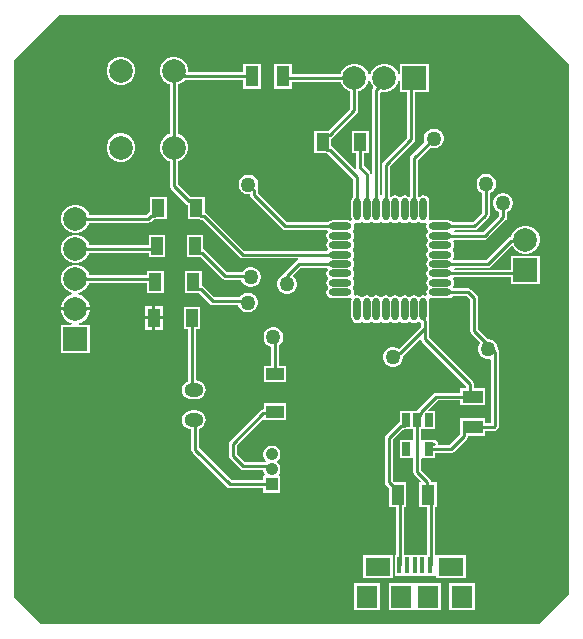
<source format=gtl>
G04*
G04 #@! TF.GenerationSoftware,Altium Limited,Altium Designer,21.0.9 (235)*
G04*
G04 Layer_Physical_Order=1*
G04 Layer_Color=255*
%FSLAX44Y44*%
%MOMM*%
G71*
G04*
G04 #@! TF.SameCoordinates,A0518373-5DC4-4E38-8A05-EEFCEC3494AD*
G04*
G04*
G04 #@! TF.FilePolarity,Positive*
G04*
G01*
G75*
%ADD14C,0.2540*%
%ADD16O,0.6000X1.9500*%
%ADD17O,1.9500X0.6000*%
%ADD18R,0.4000X1.4000*%
%ADD19R,2.1000X1.6000*%
%ADD20R,1.8000X1.9000*%
%ADD21R,1.7500X1.9000*%
%ADD22R,1.0000X1.5000*%
%ADD23R,1.1000X1.7000*%
%ADD24R,0.7000X1.1500*%
%ADD25R,1.7000X1.1000*%
%ADD26R,1.5000X1.0000*%
%ADD43O,1.6000X1.2000*%
%ADD44R,1.0500X1.0500*%
%ADD45C,1.0500*%
%ADD46R,2.0000X2.0000*%
%ADD47C,2.0000*%
%ADD48R,2.0000X2.0000*%
%ADD49C,1.2700*%
G36*
X784860Y781050D02*
Y332740D01*
X759460Y307340D01*
X337820D01*
X314960Y330200D01*
Y784860D01*
X353060Y822960D01*
X742950Y822960D01*
X784860Y781050D01*
D02*
G37*
%LPC*%
G36*
X407070Y787450D02*
X403910D01*
X400858Y786632D01*
X398122Y785052D01*
X395888Y782818D01*
X394308Y780082D01*
X393490Y777030D01*
Y773870D01*
X394308Y770818D01*
X395888Y768082D01*
X398122Y765847D01*
X400858Y764268D01*
X403910Y763450D01*
X407070D01*
X410122Y764268D01*
X412858Y765847D01*
X415093Y768082D01*
X416672Y770818D01*
X417490Y773870D01*
Y777030D01*
X416672Y780082D01*
X415093Y782818D01*
X412858Y785052D01*
X410122Y786632D01*
X407070Y787450D01*
D02*
G37*
G36*
X452070D02*
X448910D01*
X445858Y786632D01*
X443122Y785052D01*
X440887Y782818D01*
X439308Y780082D01*
X438490Y777030D01*
Y773870D01*
X439308Y770818D01*
X440887Y768082D01*
X443122Y765847D01*
X445858Y764268D01*
X447156Y763920D01*
Y721980D01*
X445858Y721632D01*
X443122Y720053D01*
X440887Y717818D01*
X439308Y715082D01*
X438490Y712030D01*
Y708870D01*
X439308Y705818D01*
X440887Y703082D01*
X443122Y700848D01*
X445858Y699268D01*
X447156Y698920D01*
Y678030D01*
X447410Y676754D01*
X448132Y675673D01*
X460802Y663002D01*
X461884Y662280D01*
X462390Y662179D01*
Y649630D01*
X472798D01*
X473120Y649566D01*
X474239D01*
X506212Y617593D01*
X507294Y616870D01*
X508570Y616616D01*
X555491D01*
X555616Y615346D01*
X554984Y615220D01*
X553902Y614497D01*
X543742Y604338D01*
X543020Y603256D01*
X542893Y602621D01*
X542877Y602617D01*
X540973Y601518D01*
X539418Y599963D01*
X538319Y598059D01*
X537750Y595935D01*
Y593737D01*
X538319Y591613D01*
X539418Y589709D01*
X540973Y588154D01*
X542877Y587055D01*
X545001Y586486D01*
X547199D01*
X549323Y587055D01*
X551227Y588154D01*
X552782Y589709D01*
X553881Y591613D01*
X554450Y593737D01*
Y595935D01*
X553881Y598059D01*
X552782Y599963D01*
X551688Y601057D01*
X551507Y602672D01*
X557641Y608806D01*
X558035D01*
X558990Y608616D01*
X580230D01*
X580917Y607549D01*
X580785Y607045D01*
X580020Y605901D01*
X579632Y603950D01*
X580020Y601999D01*
X580785Y600855D01*
X581022Y599950D01*
X580785Y599045D01*
X580020Y597901D01*
X579632Y595950D01*
X580020Y593999D01*
X580785Y592855D01*
X581022Y591950D01*
X580785Y591045D01*
X580020Y589901D01*
X579632Y587950D01*
X580020Y585999D01*
X581125Y584345D01*
X582779Y583240D01*
X584730Y582852D01*
X598230D01*
X600034Y583211D01*
X600559Y582779D01*
X600991Y582254D01*
X600632Y580450D01*
Y566950D01*
X601020Y564999D01*
X602125Y563345D01*
X603779Y562240D01*
X605730Y561852D01*
X607681Y562240D01*
X608825Y563005D01*
X609730Y563242D01*
X610635Y563005D01*
X611779Y562240D01*
X613730Y561852D01*
X615681Y562240D01*
X616825Y563005D01*
X617730Y563242D01*
X618635Y563005D01*
X619779Y562240D01*
X621730Y561852D01*
X623681Y562240D01*
X624825Y563005D01*
X625730Y563242D01*
X626635Y563005D01*
X627779Y562240D01*
X629730Y561852D01*
X631681Y562240D01*
X632825Y563005D01*
X633730Y563242D01*
X634635Y563005D01*
X635779Y562240D01*
X637730Y561852D01*
X639681Y562240D01*
X640825Y563005D01*
X641730Y563242D01*
X642635Y563005D01*
X643779Y562240D01*
X645730Y561852D01*
X647681Y562240D01*
X648825Y563005D01*
X649730Y563242D01*
X650635Y563005D01*
X651779Y562240D01*
X653730Y561852D01*
X655681Y562240D01*
X656825Y563005D01*
X657730Y563242D01*
X658635Y563005D01*
X659606Y562356D01*
Y558911D01*
X640802Y540107D01*
X638953Y541175D01*
X636829Y541744D01*
X634631D01*
X632507Y541175D01*
X630603Y540076D01*
X629048Y538521D01*
X627949Y536617D01*
X627380Y534493D01*
Y532295D01*
X627949Y530171D01*
X629048Y528267D01*
X630603Y526712D01*
X632507Y525613D01*
X634631Y525044D01*
X636829D01*
X638953Y525613D01*
X640857Y526712D01*
X642411Y528267D01*
X643511Y530171D01*
X644080Y532295D01*
Y534017D01*
X644269Y534144D01*
X658386Y548261D01*
X659764Y547843D01*
X659860Y547364D01*
X660583Y546283D01*
X698173Y508692D01*
Y507210D01*
X693080D01*
Y503045D01*
X672316D01*
X671040Y502791D01*
X669959Y502068D01*
X656963Y489072D01*
X656240Y487990D01*
X656114Y487360D01*
X641590D01*
Y478261D01*
X641334Y478210D01*
X640252Y477487D01*
X629995Y467230D01*
X629272Y466149D01*
X629019Y464873D01*
Y426987D01*
X629272Y425711D01*
X629995Y424630D01*
X632280Y422345D01*
Y406060D01*
X638836D01*
Y365700D01*
X637230D01*
Y347700D01*
X671230D01*
Y357108D01*
X671294Y357430D01*
Y362455D01*
X671460Y362657D01*
X672730Y362202D01*
Y345700D01*
X697730D01*
Y365700D01*
X672774D01*
X672730Y365700D01*
X671504Y365806D01*
Y406060D01*
X673280D01*
Y427060D01*
X668152D01*
Y427382D01*
X667898Y428658D01*
X667175Y429740D01*
X659924Y436991D01*
Y446366D01*
X660590Y447360D01*
X661194Y447360D01*
X671590D01*
Y451776D01*
X684980D01*
X686256Y452030D01*
X687337Y452752D01*
X698783Y464198D01*
X699506Y465280D01*
X699691Y466210D01*
X714080D01*
Y470376D01*
X721142D01*
X722418Y470630D01*
X723500Y471353D01*
X724987Y472840D01*
X725710Y473922D01*
X725964Y475198D01*
Y537210D01*
X725710Y538486D01*
X724987Y539568D01*
X724630Y539925D01*
Y540849D01*
X724061Y542973D01*
X722962Y544877D01*
X721407Y546432D01*
X719503Y547531D01*
X717379Y548100D01*
X716455D01*
X708184Y556371D01*
Y582930D01*
X707930Y584206D01*
X707207Y585288D01*
X702188Y590308D01*
X701106Y591030D01*
X699830Y591284D01*
X687230D01*
X686543Y592351D01*
X686675Y592855D01*
X687440Y593999D01*
X687828Y595950D01*
X687440Y597901D01*
X686675Y599045D01*
X686543Y599549D01*
X687230Y600616D01*
X736030D01*
Y595060D01*
X760030D01*
Y619060D01*
X736030D01*
Y607284D01*
X688275D01*
X687876Y607950D01*
X688275Y608616D01*
X716090D01*
X717366Y608870D01*
X718447Y609593D01*
X735858Y627003D01*
X737445Y626794D01*
X738428Y625092D01*
X740662Y622858D01*
X743398Y621278D01*
X746450Y620460D01*
X749610D01*
X752662Y621278D01*
X755398Y622858D01*
X757632Y625092D01*
X759212Y627828D01*
X760030Y630880D01*
Y634040D01*
X759212Y637092D01*
X757632Y639828D01*
X755398Y642062D01*
X752662Y643642D01*
X749610Y644460D01*
X746450D01*
X743398Y643642D01*
X740662Y642062D01*
X738428Y639828D01*
X736848Y637092D01*
X736261Y634902D01*
X735708D01*
X734432Y634648D01*
X733350Y633925D01*
X714709Y615284D01*
X687230D01*
X686543Y616351D01*
X686675Y616855D01*
X687440Y617999D01*
X687828Y619950D01*
X687440Y621901D01*
X686675Y623045D01*
X686438Y623950D01*
X686675Y624855D01*
X687440Y625999D01*
X687828Y627950D01*
X687440Y629901D01*
X686675Y631045D01*
X686543Y631549D01*
X687230Y632616D01*
X713420D01*
X714696Y632870D01*
X715778Y633592D01*
X731338Y649153D01*
X732060Y650234D01*
X732314Y651510D01*
Y655921D01*
X734107Y656956D01*
X735662Y658511D01*
X736761Y660415D01*
X737330Y662539D01*
Y664737D01*
X736761Y666861D01*
X735662Y668765D01*
X734107Y670320D01*
X732203Y671419D01*
X730079Y671988D01*
X727881D01*
X725757Y671419D01*
X723853Y670320D01*
X722298Y668765D01*
X721199Y666861D01*
X720630Y664737D01*
Y662539D01*
X721199Y660415D01*
X722298Y658511D01*
X723853Y656956D01*
X725646Y655921D01*
Y652891D01*
X712039Y639284D01*
X688275D01*
X687876Y639950D01*
X688275Y640616D01*
X704721D01*
X705997Y640870D01*
X707078Y641592D01*
X716097Y650611D01*
X716478Y651181D01*
X717367Y652070D01*
X718090Y653152D01*
X718344Y654428D01*
Y672248D01*
X720137Y673283D01*
X721692Y674838D01*
X722791Y676742D01*
X723360Y678866D01*
Y681064D01*
X722791Y683188D01*
X721692Y685092D01*
X720137Y686647D01*
X718233Y687746D01*
X716109Y688315D01*
X713911D01*
X711787Y687746D01*
X709883Y686647D01*
X708328Y685092D01*
X707229Y683188D01*
X706660Y681064D01*
Y678866D01*
X707229Y676742D01*
X708328Y674838D01*
X709883Y673283D01*
X711676Y672248D01*
Y655809D01*
X711383Y655516D01*
X711002Y654946D01*
X703340Y647284D01*
X686516D01*
X686335Y647555D01*
X684681Y648660D01*
X682730Y649048D01*
X669230D01*
X667426Y648689D01*
X666901Y649121D01*
X666469Y649646D01*
X666828Y651450D01*
Y664950D01*
X666440Y666901D01*
X665335Y668555D01*
X663681Y669660D01*
X661730Y670048D01*
X659779Y669660D01*
X658635Y668895D01*
X658131Y668763D01*
X657064Y669450D01*
Y700131D01*
X667290Y710357D01*
X669289Y709821D01*
X671488D01*
X673612Y710390D01*
X675516Y711489D01*
X677070Y713044D01*
X678170Y714948D01*
X678739Y717072D01*
Y719270D01*
X678170Y721394D01*
X677070Y723298D01*
X675516Y724853D01*
X673612Y725952D01*
X671488Y726521D01*
X669289D01*
X667166Y725952D01*
X665262Y724853D01*
X663707Y723298D01*
X662608Y721394D01*
X662039Y719270D01*
Y717072D01*
X662574Y715072D01*
X651372Y703870D01*
X650650Y702788D01*
X650396Y701512D01*
Y669450D01*
X649329Y668763D01*
X648825Y668895D01*
X647681Y669660D01*
X645730Y670048D01*
X643779Y669660D01*
X642635Y668895D01*
X641730Y668658D01*
X640825Y668895D01*
X639681Y669660D01*
X637730Y670048D01*
X635779Y669660D01*
X634635Y668895D01*
X634131Y668763D01*
X633064Y669450D01*
Y694389D01*
X653867Y715192D01*
X654590Y716274D01*
X654844Y717550D01*
Y757620D01*
X666050D01*
Y781620D01*
X642050D01*
Y757620D01*
X648176D01*
Y718931D01*
X627373Y698128D01*
X626650Y697046D01*
X626396Y695770D01*
Y670495D01*
X625730Y670096D01*
X625064Y670495D01*
Y756843D01*
X626334Y757817D01*
X627070Y757620D01*
X630230D01*
X633282Y758438D01*
X636018Y760018D01*
X638252Y762252D01*
X639832Y764988D01*
X640650Y768040D01*
Y771200D01*
X639832Y774252D01*
X638252Y776988D01*
X636018Y779222D01*
X633282Y780802D01*
X630230Y781620D01*
X627070D01*
X624018Y780802D01*
X621282Y779222D01*
X619048Y776988D01*
X617468Y774252D01*
X616650Y771200D01*
Y768040D01*
X617468Y764988D01*
X619048Y762252D01*
X619456Y761843D01*
X619372Y761760D01*
X618650Y760678D01*
X618396Y759402D01*
Y670495D01*
X617730Y670096D01*
X617064Y670495D01*
Y688020D01*
X616810Y689296D01*
X616088Y690378D01*
X611664Y694801D01*
Y705510D01*
X615330D01*
Y724510D01*
X601330D01*
Y705510D01*
X604996D01*
Y693420D01*
X605136Y692715D01*
X603966Y692089D01*
X584918Y711137D01*
X583836Y711860D01*
X583330Y711961D01*
Y718059D01*
X583836Y718160D01*
X584918Y718883D01*
X605607Y739572D01*
X606330Y740654D01*
X606584Y741930D01*
Y758090D01*
X607882Y758438D01*
X610618Y760018D01*
X612852Y762252D01*
X614432Y764988D01*
X615250Y768040D01*
Y771200D01*
X614432Y774252D01*
X612852Y776988D01*
X610618Y779222D01*
X607882Y780802D01*
X604830Y781620D01*
X601670D01*
X598618Y780802D01*
X595882Y779222D01*
X593648Y776988D01*
X592068Y774252D01*
X591720Y772954D01*
X550090D01*
Y781390D01*
X535090D01*
Y760390D01*
X550090D01*
Y766286D01*
X591720D01*
X592068Y764988D01*
X593648Y762252D01*
X595882Y760018D01*
X598618Y758438D01*
X599916Y758090D01*
Y743311D01*
X581179Y724574D01*
X580060D01*
X579738Y724510D01*
X569330D01*
Y705510D01*
X579738D01*
X580060Y705446D01*
X581179D01*
X602396Y684229D01*
Y668736D01*
X602125Y668555D01*
X601020Y666901D01*
X600632Y664950D01*
Y651450D01*
X600991Y649646D01*
X600559Y649121D01*
X600034Y648689D01*
X598230Y649048D01*
X584730D01*
X582779Y648660D01*
X581125Y647555D01*
X580945Y647284D01*
X546151D01*
X521494Y671941D01*
Y674370D01*
X521240Y675646D01*
X521197Y675711D01*
X521373Y676015D01*
X521942Y678139D01*
Y680337D01*
X521373Y682461D01*
X520274Y684365D01*
X518719Y685920D01*
X516815Y687019D01*
X514691Y687588D01*
X512492D01*
X510369Y687019D01*
X508465Y685920D01*
X506910Y684365D01*
X505811Y682461D01*
X505242Y680337D01*
Y678139D01*
X505811Y676015D01*
X506910Y674111D01*
X508465Y672556D01*
X510369Y671457D01*
X512492Y670888D01*
X514691D01*
X515004Y669663D01*
X515080Y669284D01*
X515802Y668203D01*
X542412Y641592D01*
X543494Y640870D01*
X544770Y640616D01*
X580230D01*
X580917Y639548D01*
X580785Y639045D01*
X580020Y637901D01*
X579632Y635950D01*
X580020Y633999D01*
X580785Y632855D01*
X581022Y631950D01*
X580785Y631045D01*
X580020Y629901D01*
X579632Y627950D01*
X580020Y625999D01*
X580785Y624855D01*
X580917Y624351D01*
X580230Y623284D01*
X509951D01*
X477977Y655257D01*
X476896Y655980D01*
X476390Y656081D01*
Y668630D01*
X465982D01*
X465660Y668694D01*
X464541D01*
X453824Y679411D01*
Y698920D01*
X455122Y699268D01*
X457858Y700848D01*
X460092Y703082D01*
X461672Y705818D01*
X462490Y708870D01*
Y712030D01*
X461672Y715082D01*
X460092Y717818D01*
X457858Y720053D01*
X455122Y721632D01*
X453824Y721980D01*
Y763920D01*
X455122Y764268D01*
X457858Y765847D01*
X459601Y767590D01*
X459774Y767556D01*
X509090D01*
Y760390D01*
X524090D01*
Y781390D01*
X509090D01*
Y774224D01*
X462490D01*
Y777030D01*
X461672Y780082D01*
X460092Y782818D01*
X457858Y785052D01*
X455122Y786632D01*
X452070Y787450D01*
D02*
G37*
G36*
X407070Y722450D02*
X403910D01*
X400858Y721632D01*
X398122Y720053D01*
X395888Y717818D01*
X394308Y715082D01*
X393490Y712030D01*
Y708870D01*
X394308Y705818D01*
X395888Y703082D01*
X398122Y700848D01*
X400858Y699268D01*
X403910Y698450D01*
X407070D01*
X410122Y699268D01*
X412858Y700848D01*
X415093Y703082D01*
X416672Y705818D01*
X417490Y708870D01*
Y712030D01*
X416672Y715082D01*
X415093Y717818D01*
X412858Y720053D01*
X410122Y721632D01*
X407070Y722450D01*
D02*
G37*
G36*
X444390Y668630D02*
X430390D01*
Y656081D01*
X429884Y655980D01*
X428802Y655257D01*
X427119Y653574D01*
X378560D01*
X378212Y654872D01*
X376632Y657608D01*
X374398Y659842D01*
X371662Y661422D01*
X368610Y662240D01*
X365450D01*
X362398Y661422D01*
X359662Y659842D01*
X357428Y657608D01*
X355848Y654872D01*
X355030Y651820D01*
Y648660D01*
X355848Y645608D01*
X357428Y642872D01*
X359662Y640638D01*
X362398Y639058D01*
X365450Y638240D01*
X368610D01*
X371662Y639058D01*
X374398Y640638D01*
X376632Y642872D01*
X378212Y645608D01*
X378560Y646906D01*
X428500D01*
X429776Y647160D01*
X430858Y647883D01*
X432541Y649566D01*
X433660D01*
X433982Y649630D01*
X444390D01*
Y668630D01*
D02*
G37*
G36*
X443120Y636880D02*
X429120D01*
Y628174D01*
X378560D01*
X378212Y629472D01*
X376632Y632208D01*
X374398Y634442D01*
X371662Y636022D01*
X368610Y636840D01*
X365450D01*
X362398Y636022D01*
X359662Y634442D01*
X357428Y632208D01*
X355848Y629472D01*
X355030Y626420D01*
Y623260D01*
X355848Y620208D01*
X357428Y617472D01*
X359662Y615238D01*
X362398Y613658D01*
X365450Y612840D01*
X368610D01*
X371662Y613658D01*
X374398Y615238D01*
X376632Y617472D01*
X378212Y620208D01*
X378560Y621506D01*
X429120D01*
Y617880D01*
X443120D01*
Y636880D01*
D02*
G37*
G36*
X475120D02*
X461120D01*
Y617880D01*
X471528D01*
X471850Y617816D01*
X472969D01*
X491162Y599622D01*
X492244Y598900D01*
X493520Y598646D01*
X507395D01*
X507657Y597669D01*
X508756Y595765D01*
X510311Y594211D01*
X512215Y593111D01*
X514338Y592542D01*
X516537D01*
X518661Y593111D01*
X520564Y594211D01*
X522119Y595765D01*
X523218Y597669D01*
X523787Y599793D01*
Y601992D01*
X523218Y604115D01*
X522119Y606020D01*
X520564Y607574D01*
X518661Y608673D01*
X516537Y609243D01*
X514338D01*
X512215Y608673D01*
X510311Y607574D01*
X508756Y606020D01*
X508349Y605314D01*
X494901D01*
X476707Y623507D01*
X475626Y624230D01*
X475120Y624331D01*
Y636880D01*
D02*
G37*
G36*
X368610Y611440D02*
X365450D01*
X362398Y610622D01*
X359662Y609042D01*
X357428Y606808D01*
X355848Y604072D01*
X355030Y601020D01*
Y597860D01*
X355848Y594808D01*
X357428Y592072D01*
X359662Y589838D01*
X362398Y588258D01*
X364566Y587677D01*
Y586362D01*
X362190Y585725D01*
X359330Y584075D01*
X356996Y581740D01*
X355345Y578880D01*
X354490Y575691D01*
Y575310D01*
X367030D01*
X379570D01*
Y575691D01*
X378715Y578880D01*
X377065Y581740D01*
X374730Y584075D01*
X371870Y585725D01*
X369494Y586362D01*
Y587677D01*
X371662Y588258D01*
X374398Y589838D01*
X376632Y592072D01*
X378212Y594808D01*
X378560Y596106D01*
X427850D01*
Y587400D01*
X441850D01*
Y606400D01*
X427850D01*
Y602774D01*
X378560D01*
X378212Y604072D01*
X376632Y606808D01*
X374398Y609042D01*
X371662Y610622D01*
X368610Y611440D01*
D02*
G37*
G36*
X473850Y606400D02*
X459850D01*
Y587400D01*
X470258D01*
X470580Y587336D01*
X471699D01*
X481002Y578032D01*
X482084Y577310D01*
X483360Y577056D01*
X504855D01*
X505117Y576079D01*
X506216Y574175D01*
X507771Y572621D01*
X509674Y571521D01*
X511798Y570952D01*
X513997D01*
X516120Y571521D01*
X518024Y572621D01*
X519579Y574175D01*
X520678Y576079D01*
X521247Y578203D01*
Y580402D01*
X520678Y582525D01*
X519579Y584430D01*
X518024Y585984D01*
X516120Y587083D01*
X513997Y587653D01*
X511798D01*
X509674Y587083D01*
X507771Y585984D01*
X506216Y584430D01*
X505809Y583724D01*
X484741D01*
X475438Y593027D01*
X474356Y593750D01*
X473850Y593851D01*
Y606400D01*
D02*
G37*
G36*
X441120Y576460D02*
X434850D01*
Y567690D01*
X441120D01*
Y576460D01*
D02*
G37*
G36*
X432310D02*
X426040D01*
Y567690D01*
X432310D01*
Y576460D01*
D02*
G37*
G36*
X441120Y565150D02*
X434850D01*
Y556380D01*
X441120D01*
Y565150D01*
D02*
G37*
G36*
X432310D02*
X426040D01*
Y556380D01*
X432310D01*
Y565150D01*
D02*
G37*
G36*
X379570Y572770D02*
X367030D01*
X354490D01*
Y572389D01*
X355345Y569200D01*
X356996Y566340D01*
X359330Y564006D01*
X362190Y562355D01*
X363849Y561910D01*
X363682Y560640D01*
X355030D01*
Y536640D01*
X379030D01*
Y560640D01*
X370378D01*
X370211Y561910D01*
X371870Y562355D01*
X374730Y564006D01*
X377065Y566340D01*
X378715Y569200D01*
X379570Y572389D01*
Y572770D01*
D02*
G37*
G36*
X535769Y558260D02*
X533571D01*
X531447Y557691D01*
X529543Y556592D01*
X527988Y555037D01*
X526889Y553133D01*
X526320Y551009D01*
Y548811D01*
X526889Y546687D01*
X527988Y544783D01*
X529543Y543228D01*
X531447Y542129D01*
X532606Y541819D01*
Y525920D01*
X526440D01*
Y511920D01*
X545440D01*
Y525920D01*
X539274D01*
Y542926D01*
X539797Y543228D01*
X541352Y544783D01*
X542451Y546687D01*
X543020Y548811D01*
Y551009D01*
X542451Y553133D01*
X541352Y555037D01*
X539797Y556592D01*
X537893Y557691D01*
X535769Y558260D01*
D02*
G37*
G36*
X472580Y575920D02*
X458580D01*
Y556920D01*
X462246D01*
Y512829D01*
X461325Y512448D01*
X459654Y511166D01*
X458372Y509495D01*
X457566Y507548D01*
X457291Y505460D01*
X457566Y503372D01*
X458372Y501426D01*
X459654Y499754D01*
X461325Y498472D01*
X463272Y497666D01*
X465360Y497391D01*
X469360D01*
X471448Y497666D01*
X473395Y498472D01*
X475066Y499754D01*
X476348Y501426D01*
X477154Y503372D01*
X477429Y505460D01*
X477154Y507548D01*
X476348Y509495D01*
X475066Y511166D01*
X473395Y512448D01*
X471448Y513254D01*
X469360Y513529D01*
X468914D01*
Y556920D01*
X472580D01*
Y575920D01*
D02*
G37*
G36*
X545440Y493920D02*
X526440D01*
Y488812D01*
X526118D01*
X524842Y488558D01*
X523760Y487835D01*
X498022Y462098D01*
X497300Y461016D01*
X497046Y459740D01*
Y449580D01*
X497300Y448304D01*
X498022Y447223D01*
X506912Y438332D01*
X507994Y437610D01*
X509270Y437356D01*
X526150D01*
Y437196D01*
X526644Y435352D01*
X527442Y433970D01*
X526972Y432700D01*
X526150D01*
Y428784D01*
X499221D01*
X471964Y456041D01*
Y472480D01*
X473395Y473072D01*
X475066Y474354D01*
X476348Y476026D01*
X477154Y477972D01*
X477429Y480060D01*
X477154Y482148D01*
X476348Y484095D01*
X475066Y485766D01*
X473395Y487048D01*
X471448Y487854D01*
X469360Y488129D01*
X465360D01*
X463272Y487854D01*
X461325Y487048D01*
X459654Y485766D01*
X458372Y484095D01*
X457566Y482148D01*
X457291Y480060D01*
X457566Y477972D01*
X458372Y476026D01*
X459654Y474354D01*
X461325Y473072D01*
X463272Y472266D01*
X465296Y471999D01*
Y454660D01*
X465550Y453384D01*
X466273Y452303D01*
X495482Y423092D01*
X496564Y422370D01*
X497840Y422116D01*
X526150D01*
Y418200D01*
X540650D01*
Y432700D01*
X539828D01*
X539358Y433970D01*
X540156Y435352D01*
X540650Y437196D01*
Y439104D01*
X540156Y440948D01*
X539201Y442602D01*
X538086Y443717D01*
X537948Y444500D01*
X538086Y445283D01*
X539201Y446398D01*
X540156Y448052D01*
X540650Y449896D01*
Y451805D01*
X540156Y453648D01*
X539201Y455302D01*
X537852Y456651D01*
X536198Y457606D01*
X534355Y458100D01*
X532445D01*
X530602Y457606D01*
X528948Y456651D01*
X527599Y455302D01*
X526644Y453648D01*
X526150Y451805D01*
Y449896D01*
X526644Y448052D01*
X527599Y446398D01*
X528703Y445294D01*
X528424Y444273D01*
X528256Y444024D01*
X510651D01*
X503714Y450961D01*
Y458359D01*
X525616Y480261D01*
X526440Y479920D01*
Y479920D01*
X545440D01*
Y493920D01*
D02*
G37*
G36*
X635730Y365700D02*
X610730D01*
Y345700D01*
X635730D01*
Y365700D01*
D02*
G37*
G36*
X705230Y341700D02*
X683230D01*
Y318700D01*
X705230D01*
Y341700D01*
D02*
G37*
G36*
X625230D02*
X603230D01*
Y318700D01*
X625230D01*
Y341700D01*
D02*
G37*
G36*
X654730Y341700D02*
X653730D01*
X653460Y341700D01*
X632230D01*
Y318700D01*
X653460D01*
X653730Y318700D01*
X654730D01*
X655000Y318700D01*
X676230D01*
Y341700D01*
X655000D01*
X654730Y341700D01*
D02*
G37*
%LPD*%
G36*
X658635Y647505D02*
X659779Y646740D01*
X661730Y646352D01*
X663534Y646711D01*
X664059Y646279D01*
X664491Y645754D01*
X664132Y643950D01*
X664520Y641999D01*
X665285Y640855D01*
X665522Y639950D01*
X665285Y639045D01*
X664520Y637901D01*
X664132Y635950D01*
X664520Y633999D01*
X665285Y632855D01*
X665522Y631950D01*
X665285Y631045D01*
X664520Y629901D01*
X664132Y627950D01*
X664520Y625999D01*
X665285Y624855D01*
X665522Y623950D01*
X665285Y623045D01*
X664520Y621901D01*
X664132Y619950D01*
X664520Y617999D01*
X665285Y616855D01*
X665522Y615950D01*
X665285Y615045D01*
X664520Y613901D01*
X664132Y611950D01*
X664520Y609999D01*
X665285Y608855D01*
X665522Y607950D01*
X665285Y607045D01*
X664520Y605901D01*
X664132Y603950D01*
X664520Y601999D01*
X665285Y600855D01*
X665522Y599950D01*
X665285Y599045D01*
X664520Y597901D01*
X664132Y595950D01*
X664520Y593999D01*
X665285Y592855D01*
X665522Y591950D01*
X665285Y591045D01*
X664520Y589901D01*
X664132Y587950D01*
X664491Y586146D01*
X664059Y585621D01*
X663534Y585189D01*
X661730Y585548D01*
X659779Y585160D01*
X658635Y584395D01*
X657730Y584158D01*
X656825Y584395D01*
X655681Y585160D01*
X653730Y585548D01*
X651779Y585160D01*
X650635Y584395D01*
X649730Y584158D01*
X648825Y584395D01*
X647681Y585160D01*
X645730Y585548D01*
X643779Y585160D01*
X642635Y584395D01*
X641730Y584158D01*
X640825Y584395D01*
X639681Y585160D01*
X637730Y585548D01*
X635779Y585160D01*
X634635Y584395D01*
X633730Y584158D01*
X632825Y584395D01*
X631681Y585160D01*
X629730Y585548D01*
X627779Y585160D01*
X626635Y584395D01*
X625730Y584158D01*
X624825Y584395D01*
X623681Y585160D01*
X621730Y585548D01*
X619779Y585160D01*
X618635Y584395D01*
X617730Y584158D01*
X616825Y584395D01*
X615681Y585160D01*
X613730Y585548D01*
X611779Y585160D01*
X610635Y584395D01*
X609730Y584158D01*
X608825Y584395D01*
X607681Y585160D01*
X605730Y585548D01*
X603926Y585189D01*
X603401Y585621D01*
X602969Y586146D01*
X603328Y587950D01*
X602940Y589901D01*
X602175Y591045D01*
X601938Y591950D01*
X602175Y592855D01*
X602940Y593999D01*
X603328Y595950D01*
X602940Y597901D01*
X602175Y599045D01*
X601938Y599950D01*
X602175Y600855D01*
X602940Y601999D01*
X603328Y603950D01*
X602940Y605901D01*
X602175Y607045D01*
X601938Y607950D01*
X602175Y608855D01*
X602940Y609999D01*
X603328Y611950D01*
X602940Y613901D01*
X602175Y615045D01*
X601938Y615950D01*
X602175Y616855D01*
X602940Y617999D01*
X603328Y619950D01*
X602940Y621901D01*
X602175Y623045D01*
X601938Y623950D01*
X602175Y624855D01*
X602940Y625999D01*
X603328Y627950D01*
X602940Y629901D01*
X602175Y631045D01*
X601938Y631950D01*
X602175Y632855D01*
X602940Y633999D01*
X603328Y635950D01*
X602940Y637901D01*
X602175Y639045D01*
X601938Y639950D01*
X602175Y640855D01*
X602940Y641999D01*
X603328Y643950D01*
X602969Y645754D01*
X603401Y646279D01*
X603926Y646711D01*
X605730Y646352D01*
X607681Y646740D01*
X608825Y647505D01*
X609730Y647742D01*
X610635Y647505D01*
X611779Y646740D01*
X613730Y646352D01*
X615681Y646740D01*
X616825Y647505D01*
X617730Y647742D01*
X618635Y647505D01*
X619779Y646740D01*
X621730Y646352D01*
X623681Y646740D01*
X624825Y647505D01*
X625730Y647742D01*
X626635Y647505D01*
X627779Y646740D01*
X629730Y646352D01*
X631681Y646740D01*
X632825Y647505D01*
X633730Y647742D01*
X634635Y647505D01*
X635779Y646740D01*
X637730Y646352D01*
X639681Y646740D01*
X640825Y647505D01*
X641730Y647742D01*
X642635Y647505D01*
X643779Y646740D01*
X645730Y646352D01*
X647681Y646740D01*
X648825Y647505D01*
X649730Y647742D01*
X650635Y647505D01*
X651779Y646740D01*
X653730Y646352D01*
X655681Y646740D01*
X656825Y647505D01*
X657730Y647742D01*
X658635Y647505D01*
D02*
G37*
G36*
X701516Y581549D02*
Y554990D01*
X701770Y553714D01*
X702493Y552632D01*
X709923Y545202D01*
X709598Y544877D01*
X708499Y542973D01*
X707930Y540849D01*
Y538651D01*
X708499Y536527D01*
X709598Y534623D01*
X711153Y533068D01*
X713057Y531969D01*
X715181Y531400D01*
X717379D01*
X718288Y531644D01*
X719296Y530870D01*
Y477044D01*
X714080D01*
Y481210D01*
X693080D01*
Y467925D01*
X683599Y458444D01*
X674677D01*
X673871Y459426D01*
X673904Y459590D01*
X673650Y460866D01*
X672927Y461948D01*
X671846Y462670D01*
X671590Y462721D01*
Y462860D01*
X670892D01*
X670570Y462924D01*
X668320D01*
X667998Y462860D01*
X661194D01*
X660590Y462860D01*
X659924Y463854D01*
Y471860D01*
X671590D01*
Y487360D01*
X666340D01*
X665854Y488533D01*
X673697Y496376D01*
X693080D01*
Y492211D01*
X714080D01*
Y507210D01*
X704842D01*
Y510073D01*
X704588Y511348D01*
X703865Y512430D01*
X666274Y550021D01*
Y557530D01*
Y563732D01*
X666118Y564517D01*
X666440Y564999D01*
X666828Y566950D01*
Y580450D01*
X666469Y582254D01*
X666901Y582779D01*
X667426Y583211D01*
X669230Y582852D01*
X682730D01*
X684681Y583240D01*
X686335Y584345D01*
X686516Y584616D01*
X698449D01*
X701516Y581549D01*
D02*
G37*
G36*
X653256Y463854D02*
X652590Y462860D01*
X651986Y462860D01*
X641590D01*
Y447360D01*
X651986D01*
X652590Y447360D01*
X653256Y446366D01*
Y435610D01*
X653510Y434334D01*
X654232Y433253D01*
X659252Y428233D01*
X658766Y427060D01*
X658280D01*
Y406060D01*
X664836D01*
Y365700D01*
X645504D01*
Y406060D01*
X647280D01*
Y427060D01*
X636995D01*
X635687Y428368D01*
Y463492D01*
X643991Y471796D01*
X644860D01*
X645182Y471860D01*
X653256D01*
Y463854D01*
D02*
G37*
D14*
X668170Y363918D02*
Y414170D01*
X667960Y363708D02*
X668170Y363918D01*
X667230Y356700D02*
X667960Y357430D01*
Y363708D01*
X642170Y363918D02*
Y414170D01*
X641960Y363708D02*
X642170Y363918D01*
X641230Y356700D02*
X641960Y357430D01*
Y363708D01*
X662940Y548640D02*
Y557530D01*
Y548640D02*
X701507Y510073D01*
X641911Y536501D02*
X662940Y557530D01*
X638810Y534670D02*
X639755D01*
X641586Y536501D02*
X641911D01*
X662940Y557530D02*
Y563732D01*
X639755Y534670D02*
X641586Y536501D01*
X701507Y501783D02*
Y510073D01*
X662392Y564280D02*
Y573038D01*
X661730Y573700D02*
X662392Y573038D01*
Y564280D02*
X662940Y563732D01*
X701507Y501783D02*
X703580Y499711D01*
X722630Y475198D02*
Y537210D01*
X704850Y554990D02*
X722630Y537210D01*
X704850Y554990D02*
Y582930D01*
X516672Y675858D02*
Y677962D01*
X518160Y670560D02*
Y674370D01*
X675980Y635950D02*
X713420D01*
X518160Y670560D02*
X544770Y643950D01*
X653730Y658200D02*
Y701512D01*
X516672Y677962D02*
X516890Y678180D01*
X728980Y651510D02*
Y663638D01*
X715010Y654428D02*
Y679965D01*
X516672Y675858D02*
X518160Y674370D01*
X544770Y643950D02*
X591480D01*
X558990Y611950D02*
X591480D01*
X704721Y643950D02*
X713740Y652969D01*
X546100Y598170D02*
Y601980D01*
X556260Y612140D02*
X558800D01*
X653730Y701512D02*
X670389Y718171D01*
X546100Y601980D02*
X556260Y612140D01*
X675980Y643950D02*
X704721D01*
X713740Y653158D02*
X715010Y654428D01*
X558800Y612140D02*
X558990Y611950D01*
X713420Y635950D02*
X728980Y651510D01*
X713740Y652969D02*
Y653158D01*
X721142Y473710D02*
X722630Y475198D01*
X703580Y473710D02*
X721142D01*
X473080Y590670D02*
X483360Y580390D01*
X509270D02*
X510540Y581660D01*
X466850Y594400D02*
Y596900D01*
Y594400D02*
X470580Y590670D01*
X473080D01*
X483360Y580390D02*
X509270D01*
X613730Y658200D02*
Y688020D01*
X608330Y693420D02*
X613730Y688020D01*
X608330Y693420D02*
Y715010D01*
X580060Y708780D02*
X582560D01*
X605730Y685610D01*
Y658200D02*
Y685610D01*
X576330Y712510D02*
X580060Y708780D01*
X576330Y712510D02*
Y715010D01*
Y717510D01*
X582560Y721240D02*
X603250Y741930D01*
X576330Y717510D02*
X580060Y721240D01*
X603250Y741930D02*
Y769620D01*
X580060Y721240D02*
X582560D01*
X621730Y759402D02*
X628650Y766322D01*
X621730Y658200D02*
Y759402D01*
X628650Y766322D02*
Y769620D01*
X534670Y549910D02*
X535940Y548640D01*
Y518920D02*
Y548640D01*
X511810Y601980D02*
X513080Y603250D01*
X747138Y631568D02*
X748030Y632460D01*
X735708Y631568D02*
X747138D01*
X675980Y611950D02*
X716090D01*
X735708Y631568D01*
X656590Y435610D02*
X664818Y427382D01*
Y417522D02*
X665780Y416560D01*
X664818Y417522D02*
Y427382D01*
X656590Y435610D02*
Y479610D01*
X500380Y459740D02*
X526118Y485478D01*
X534498D02*
X535940Y486920D01*
X526118Y485478D02*
X534498D01*
X500380Y449580D02*
Y459740D01*
Y449580D02*
X509270Y440690D01*
X528706D02*
X531246Y438150D01*
X533400D01*
X509270Y440690D02*
X528706D01*
X656590Y479610D02*
Y481860D01*
X659320Y486714D02*
X672316Y499711D01*
X703580D01*
X497840Y425450D02*
X533400D01*
X468630Y454660D02*
X497840Y425450D01*
X467360Y480060D02*
X468630Y478790D01*
Y454660D02*
Y478790D01*
X465580Y507240D02*
X467360Y505460D01*
X465580Y507240D02*
Y566420D01*
X493520Y601980D02*
X511810D01*
X471850Y621150D02*
X474350D01*
X468120Y624880D02*
Y627380D01*
Y624880D02*
X471850Y621150D01*
X474350D02*
X493520Y601980D01*
X469390Y656630D02*
X473120Y652900D01*
X475620D01*
X469390Y656630D02*
Y659130D01*
X475620Y652900D02*
X508570Y619950D01*
X591480D01*
X432310Y599440D02*
X434850Y596900D01*
X367030Y599440D02*
X432310D01*
X367030Y624840D02*
X433580D01*
X436120Y627380D01*
X428500Y650240D02*
X431160Y652900D01*
X433660D02*
X437390Y656630D01*
X367030Y650240D02*
X428500D01*
X431160Y652900D02*
X433660D01*
X437390Y656630D02*
Y659130D01*
X469390D02*
Y661630D01*
X450490Y678030D02*
Y710450D01*
Y678030D02*
X463160Y665360D01*
X465660D01*
X469390Y661630D01*
X450490Y710450D02*
Y775450D01*
X455215D02*
X459774Y770890D01*
X516590D01*
X450490Y775450D02*
X455215D01*
X543860Y769620D02*
X603250D01*
X542590Y770890D02*
X543860Y769620D01*
X659320Y484590D02*
Y486714D01*
X656590Y481860D02*
X659320Y484590D01*
X696426Y466556D02*
Y469480D01*
X700656Y473710D01*
X666090Y455110D02*
X684980D01*
X696426Y466556D01*
X700656Y473710D02*
X703580D01*
X668320Y459590D02*
X670570D01*
X647090Y477360D02*
Y479610D01*
X632353Y464873D02*
X642610Y475130D01*
X644860D01*
X632353Y426987D02*
Y464873D01*
Y426987D02*
X639780Y419560D01*
X644860Y475130D02*
X647090Y477360D01*
X639780Y416560D02*
Y419560D01*
X666090Y455110D02*
Y457360D01*
X668320Y459590D01*
X665780Y416560D02*
X668170Y414170D01*
X639780Y416560D02*
X642170Y414170D01*
X675980Y587950D02*
X699830D01*
X704850Y582930D01*
X744920Y603950D02*
X748030Y607060D01*
X675980Y603950D02*
X744920D01*
X651510Y767080D02*
X654050Y769620D01*
X629730Y695770D02*
X651510Y717550D01*
Y767080D01*
X629730Y658200D02*
Y695770D01*
D16*
X605730Y658200D02*
D03*
X613730D02*
D03*
X621730D02*
D03*
X629730D02*
D03*
X637730D02*
D03*
X645730D02*
D03*
X653730D02*
D03*
X661730D02*
D03*
Y573700D02*
D03*
X653730D02*
D03*
X645730D02*
D03*
X637730D02*
D03*
X629730D02*
D03*
X621730D02*
D03*
X613730D02*
D03*
X605730D02*
D03*
D17*
X675980Y643950D02*
D03*
Y635950D02*
D03*
Y627950D02*
D03*
Y619950D02*
D03*
Y611950D02*
D03*
Y603950D02*
D03*
Y595950D02*
D03*
Y587950D02*
D03*
X591480D02*
D03*
Y595950D02*
D03*
Y603950D02*
D03*
Y611950D02*
D03*
Y619950D02*
D03*
Y627950D02*
D03*
Y635950D02*
D03*
Y643950D02*
D03*
D18*
X641230Y356700D02*
D03*
X647730D02*
D03*
X654230D02*
D03*
X660730D02*
D03*
X667230D02*
D03*
D19*
X623230Y355700D02*
D03*
X685230D02*
D03*
D20*
X614230Y330200D02*
D03*
X694230D02*
D03*
D21*
X642980D02*
D03*
X665480D02*
D03*
D22*
X466850Y596900D02*
D03*
X434850D02*
D03*
X433580Y566420D02*
D03*
X465580D02*
D03*
X608330Y715010D02*
D03*
X576330D02*
D03*
X437390Y659130D02*
D03*
X469390D02*
D03*
X436120Y627380D02*
D03*
X468120D02*
D03*
D23*
X516590Y770890D02*
D03*
X542590D02*
D03*
X665780Y416560D02*
D03*
X639780D02*
D03*
D24*
X666090Y479610D02*
D03*
X656590D02*
D03*
X647090D02*
D03*
Y455110D02*
D03*
X666090D02*
D03*
D25*
X703580Y499711D02*
D03*
Y473710D02*
D03*
D26*
X535940Y486920D02*
D03*
Y518920D02*
D03*
D43*
X467360Y505460D02*
D03*
Y480060D02*
D03*
D44*
X533400Y425450D02*
D03*
D45*
Y438150D02*
D03*
Y450850D02*
D03*
D46*
X748030Y607060D02*
D03*
X367030Y548640D02*
D03*
D47*
X748030Y632460D02*
D03*
X628650Y769620D02*
D03*
X603250D02*
D03*
X450490Y775450D02*
D03*
X405490D02*
D03*
X450490Y710450D02*
D03*
X405490D02*
D03*
X367030Y599440D02*
D03*
Y574040D02*
D03*
Y624840D02*
D03*
Y650240D02*
D03*
D48*
X654050Y769620D02*
D03*
D49*
X635730Y533394D02*
D03*
X716280Y539750D02*
D03*
X513592Y679238D02*
D03*
X670389Y718171D02*
D03*
X546100Y594836D02*
D03*
X728980Y663638D02*
D03*
X715010Y679965D02*
D03*
X512897Y579302D02*
D03*
X534670Y549910D02*
D03*
X515438Y600892D02*
D03*
M02*

</source>
